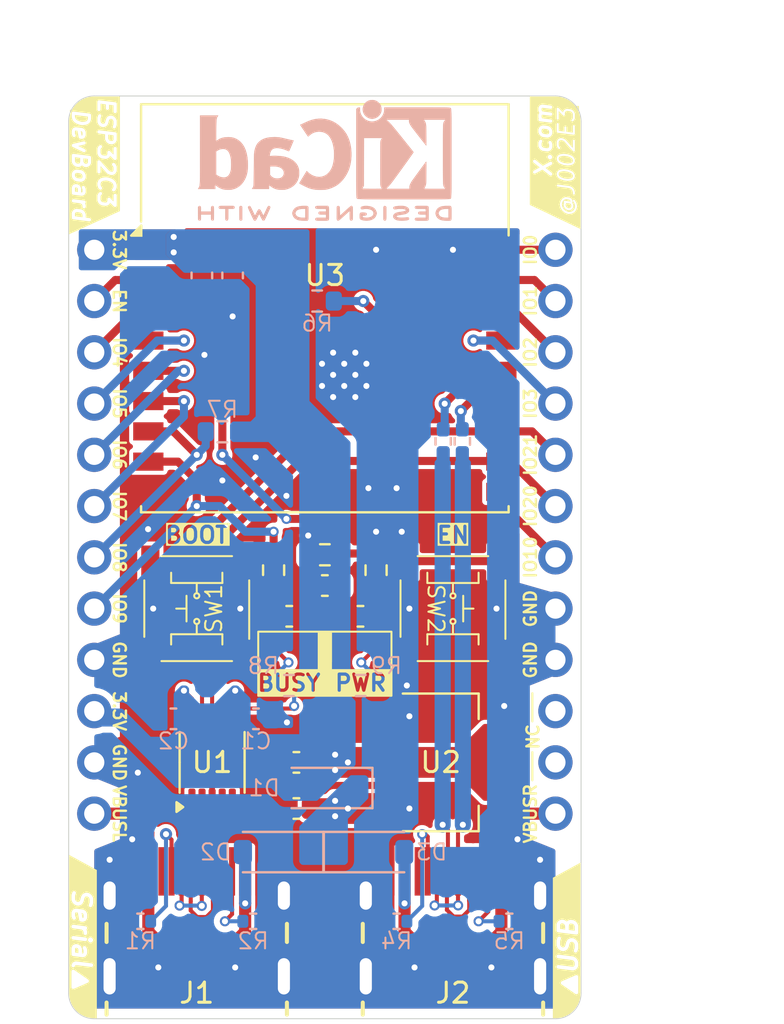
<source format=kicad_pcb>
(kicad_pcb (version 20241229) (generator "pcbnew") (generator_version "9.0")
  (layers (0 "F.Cu" signal) (2 "B.Cu" signal) (13 "F.Paste" user) (15 "B.Paste" user) (5 "F.SilkS" user "F.Silkscreen") (7 "B.SilkS" user "B.Silkscreen") (1 "F.Mask" user) (3 "B.Mask" user) (25 "Edge.Cuts" user))
  (net 0 "")
  (net 1 "GND")
  (net 2 "+3.3V")
  (net 3 "/EN")
  (net 4 "/IO4")
  (net 5 "/IO9")
  (net 6 "/IO7")
  (net 7 "/IO8")
  (net 8 "/IO5")
  (net 9 "/IO6")
  (net 10 "/IO3")
  (net 11 "/IO1")
  (net 12 "/IO0")
  (net 13 "/IO2")
  (net 14 "/IO10")
  (net 15 "/TxO")
  (net 16 "/RxI")
  (net 17 "/USB_DN")
  (net 18 "/USB_DP")
  (net 19 "Net-(C5-Pad1)")
  (net 20 "Net-(C9-Pad1)")
  (net 22 "+5V")
  (net 23 "Net-(J1-CC1)")
  (net 24 "VBUS_L")
  (net 25 "VBUS_R")
  (net 26 "Net-(J1-CC2)")
  (net 29 "/SerialUSB_DN")
  (net 30 "/SerialUSB_DP")
  (net 32 "Net-(D4-A)")
  (net 33 "Net-(U3-IO18)")
  (net 34 "Net-(U3-IO19)")
  (net 36 "Net-(U1-TNOW)")
  (net 38 "Net-(D5-A)")
  (net 40 "Net-(J2-CC1)")
  (net 41 "Net-(J2-CC2)")
  (footprint "Capacitor_SMD:C_0603_1608Metric" (layer "F.Cu") (at 100.825 110.871 180)
    (property "Reference" "C5" (hide yes))
    (property "Value" "0.1uF")
  )
  (footprint "Capacitor_SMD:C_0603_1608Metric" (layer "F.Cu") (at 97.65 120.396 180)
    (property "Reference" "C3" (hide yes))
    (property "Value" "10uF")
  )
  (footprint "LED_SMD:LED_0603_1608Metric" (layer "F.Cu") (at 100.838 112.395)
    (property "Reference" "D5" (hide yes))
    (property "Value" "LED_Small")
  )
  (footprint "Resistor_SMD:R_0603_1608Metric" (layer "F.Cu") (at 99.06 107.823 180)
    (property "Reference" "R_EN2" (hide yes))
    (property "Value" "10k")
  )
  (footprint "Package_SO:MSOP-10_3x3mm_P0.5mm" (layer "F.Cu") (at 93.472 118.11 90)
    (property "Reference" "U1")
    (property "Value" "CH340E")
  )
  (footprint "Package_TO_SOT_SMD:SOT-223-3_TabPin2" (layer "F.Cu") (at 104.775 118.11)
    (property "Reference" "U2")
    (property "Value" "AZ1117-3.3")
  )
  (footprint "Capacitor_SMD:C_0603_1608Metric" (layer "F.Cu") (at 99.06 109.347 180)
    (property "Reference" "C4" (hide yes))
    (property "Value" "0.1uF")
  )
  (footprint "RF_Module:ESP32-C3-WROOM-02" (layer "F.Cu") (at 99.06 98.7076)
    (property "Reference" "U3")
    (property "Value" "ESP32-C3-WROOM-02")
  )
  (footprint "LED_SMD:LED_0603_1608Metric" (layer "F.Cu") (at 97.282 112.395 180)
    (property "Reference" "D4" (hide yes))
    (property "Value" "LED_Small")
  )
  (footprint "Library:GCT_USB4215-03-A_REVA" (layer "F.Cu") (at 105.41 130.81)
    (property "Reference" "J2")
    (property "Value" "USB4215-03-A_REVA")
  )
  (footprint "Capacitor_SMD:C_0603_1608Metric" (layer "F.Cu") (at 97.295 110.871)
    (property "Reference" "C9" (hide yes))
    (property "Value" "0.1uF")
  )
  (footprint "Library:LS6J2M-T" (layer "F.Cu") (at 92.71 110.49 -90)
    (property "Reference" "SW1")
    (property "Value" "LS6J2M-T")
  )
  (footprint "Resistor_SMD:R_0603_1608Metric" (layer "F.Cu") (at 96.52 108.585 -90)
    (property "Reference" "R3" (hide yes))
    (property "Value" "0R")
  )
  (footprint "Library:LS6J2M-T" (layer "F.Cu") (at 105.41 110.49 -90)
    (property "Reference" "SW2")
    (property "Value" "LS6J2M-T")
  )
  (footprint "Resistor_SMD:R_0603_1608Metric" (layer "F.Cu") (at 101.6 108.585 -90)
    (property "Reference" "R_EN1" (hide yes))
    (property "Value" "0R")
  )
  (footprint "Capacitor_SMD:C_0603_1608Metric" (layer "F.Cu") (at 97.65 118.11 180)
    (property "Reference" "C6" (hide yes))
    (property "Value" "22uF")
  )
  (footprint "Library:GCT_USB4215-03-A_REVA" (layer "F.Cu") (at 92.71 130.81)
    (property "Reference" "J1")
    (property "Value" "USB4215-03-A_REVA")
  )
  (footprint "Resistor_SMD:R_0603_1608Metric" (layer "B.Cu") (at 97.282 114.3 180)
    (property "Reference" "R8")
    (property "Value" "1k")
  )
  (footprint "Connector_PinHeader_2.54mm:PinHeader_1x12_P2.54mm_Vertical" (layer "B.Cu") (at 110.49 92.71 180)
    (property "Reference" "J3" (hide yes))
    (property "Value" "Conn_01x12")
  )
  (footprint "Diode_SMD:D_SOD-123" (layer "B.Cu") (at 101.345 122.555)
    (property "Reference" "D3")
    (property "Value" "D_Schottky_Small")
  )
  (footprint "Resistor_SMD:R_0402_1005Metric" (layer "B.Cu") (at 108.204 125.984)
    (property "Reference" "R5")
    (property "Value" "5.1k")
  )
  (footprint "Resistor_SMD:R_0603_1608Metric" (layer "B.Cu") (at 93.98 101.727 180)
    (property "Reference" "R7")
    (property "Value" "10k")
  )
  (footprint "Resistor_SMD:R_0402_1005Metric" (layer "B.Cu") (at 89.916 125.984 180)
    (property "Reference" "R1")
    (property "Value" "5.1k")
  )
  (footprint "Diode_SMD:D_SOD-123" (layer "B.Cu") (at 99.06 119.38 180)
    (property "Reference" "D1")
    (property "Value" "D_Schottky")
  )
  (footprint "Resistor_SMD:R_0603_1608Metric" (layer "B.Cu") (at 100.838 114.3)
    (property "Reference" "R9")
    (property "Value" "1k")
  )
  (footprint "Symbol:KiCad-Logo2_5mm_SilkScreen" (layer "B.Cu") (at 99.06 88.265 180)
    (property "Reference" "REF**" (hide yes))
    (property "Value" "KiCad-Logo2_5mm_SilkScreen" (hide yes))
  )
  (footprint "Resistor_SMD:R_0402_1005Metric" (layer "B.Cu") (at 95.506 125.984)
    (property "Reference" "R2")
    (property "Value" "5.1k")
  )
  (footprint "Resistor_SMD:R_0603_1608Metric" (layer "B.Cu") (at 98.679 95.25)
    (property "Reference" "R6")
    (property "Value" "10k")
  )
  (footprint "Capacitor_SMD:C_0603_1608Metric" (layer "B.Cu") (at 91.554 115.951 180)
    (property "Reference" "C2")
    (property "Value" "0.1uF")
  )
  (footprint "Capacitor_SMD:C_0603_1608Metric" (layer "B.Cu") (at 92.964 93.98 -90)
    (property "Reference" "C8" (hide yes))
    (property "Value" "0.1uF")
  )
  (footprint "Resistor_SMD:R_0402_1005Metric" (layer "B.Cu") (at 102.616 125.984 180)
    (property "Reference" "R4")
    (property "Value" "5.1k")
  )
  (footprint "Diode_SMD:D_SOD-123" (layer "B.Cu") (at 96.648 122.555 180)
    (property "Reference" "D2")
    (property "Value" "D_Schottky_Small")
  )
  (footprint "Connector_PinHeader_2.54mm:PinHeader_1x12_P2.54mm_Vertical" (layer "B.Cu") (at 87.63 92.71 180)
    (property "Reference" "J4" (hide yes))
    (property "Value" "Conn_01x12")
  )
  (footprint "Capacitor_SMD:C_0603_1608Metric" (layer "B.Cu") (at 94.488 93.98 -90)
    (property "Reference" "C7" (hide yes))
    (property "Value" "10uF")
  )
  (footprint "Capacitor_SMD:C_0603_1608Metric" (layer "B.Cu") (at 95.644 115.951)
    (property "Reference" "C1")
    (property "Value" "0.1uF")
  )
  (footprint "Resistor_SMD:R_0402_1005Metric_Pad0.72x0.64mm_HandSolder" (layer "B.Cu") (at 104.925 102.2 90)
    (property "Reference" "DR2" (hide yes))
    (property "Value" "0R")
  )
  (footprint "Resistor_SMD:R_0402_1005Metric_Pad0.72x0.64mm_HandSolder" (layer "B.Cu") (at 105.875 102.2 90)
    (property "Reference" "DR1" (hide yes))
    (property "Value" "0R")
  )
  (gr_line (start 95.758 113.538) (end 102.362 113.538) (stroke (width 0.1)) (layer "F.SilkS"))
  (gr_line (start 109.347 116.078) (end 109.347 114.681) (stroke (width 0.1)) (layer "F.SilkS"))
  (gr_line (start 91.44 109.22) (end 91.44 108.712) (stroke (width 0.1)) (layer "F.SilkS"))
  (gr_line (start 92.202 111.125) (end 92.202 109.855) (stroke (width 0.1)) (layer "F.SilkS"))
  (gr_line (start 109.347 117.602) (end 109.347 118.999) (stroke (width 0.1)) (layer "F.SilkS"))
  (gr_line (start 91.44 109.22) (end 93.98 109.22) (stroke (width 0.1)) (layer "F.SilkS"))
  (gr_circle (center 92.71 109.855) (end 92.71 109.982) (stroke (width 0.1)) (fill no) (layer "F.SilkS"))
  (gr_circle (center 105.41 109.855) (end 105.41 109.982) (stroke (width 0.1)) (fill no) (layer "F.SilkS"))
  (gr_line (start 93.98 111.76) (end 93.98 112.268) (stroke (width 0.1)) (layer "F.SilkS"))
  (gr_line (start 91.44 111.76) (end 93.98 111.76) (stroke (width 0.1)) (layer "F.SilkS"))
  (gr_line (start 104.14 111.76) (end 104.14 112.268) (stroke (width 0.1)) (layer "F.SilkS"))
  (gr_rect (start 95.758 111.633) (end 102.362 114.808) (stroke (width 0.1)) (fill no) (layer "F.SilkS"))
  (gr_line (start 93.98 109.22) (end 93.98 108.712) (stroke (width 0.1)) (layer "F.SilkS"))
  (gr_line (start 104.14 109.22) (end 104.14 108.712) (stroke (width 0.1)) (layer "F.SilkS"))
  (gr_line (start 92.71 109.22) (end 92.71 109.728) (stroke (width 0.1)) (layer "F.SilkS"))
  (gr_line (start 104.14 109.22) (end 106.68 109.22) (stroke (width 0.1)) (layer "F.SilkS"))
  (gr_line (start 105.41 111.76) (end 105.41 111.252) (stroke (width 0.1)) (layer "F.SilkS"))
  (gr_line (start 105.918 111.125) (end 105.918 109.855) (stroke (width 0.1)) (layer "F.SilkS"))
  (gr_circle (center 92.71 111.125) (end 92.71 111.252) (stroke (width 0.1)) (fill no) (layer "F.SilkS"))
  (gr_line (start 106.68 111.76) (end 106.68 112.268) (stroke (width 0.1)) (layer "F.SilkS"))
  (gr_line (start 98.767 111.66) (end 98.767 113.538) (stroke (width 0.12)) (layer "F.SilkS"))
  (gr_line (start 92.71 111.76) (end 92.71 111.252) (stroke (width 0.1)) (layer "F.SilkS"))
  (gr_line (start 99.353 111.66) (end 99.353 113.538) (stroke (width 0.12)) (layer "F.SilkS"))
  (gr_circle (center 105.41 111.125) (end 105.41 111.252) (stroke (width 0.1)) (fill no) (layer "F.SilkS"))
  (gr_line (start 92.202 110.49) (end 91.694 110.49) (stroke (width 0.1)) (layer "F.SilkS"))
  (gr_line (start 106.68 109.22) (end 106.68 108.712) (stroke (width 0.1)) (layer "F.SilkS"))
  (gr_line (start 91.44 111.76) (end 91.44 112.268) (stroke (width 0.1)) (layer "F.SilkS"))
  (gr_line (start 105.918 110.49) (end 106.426 110.49) (stroke (width 0.1)) (layer "F.SilkS"))
  (gr_line (start 104.14 111.76) (end 106.68 111.76) (stroke (width 0.1)) (layer "F.SilkS"))
  (gr_line (start 105.41 109.22) (end 105.41 109.728) (stroke (width 0.1)) (layer "F.SilkS"))
  (gr_line (start 86.36 86.36) (end 86.36 129.54) (stroke (width 0.05)) (layer "Edge.Cuts"))
  (gr_line (start 87.63 130.81) (end 110.49 130.81) (stroke (width 0.05)) (layer "Edge.Cuts"))
  (gr_arc (start 110.49 85.09) (mid 111.388026 85.461974) (end 111.76 86.36) (stroke (width 0.05)) (layer "Edge.Cuts"))
  (gr_line (start 111.76 129.54) (end 111.76 86.36) (stroke (width 0.05)) (layer "Edge.Cuts"))
  (gr_arc (start 86.36 86.36) (mid 86.731974 85.461974) (end 87.63 85.09) (stroke (width 0.05)) (layer "Edge.Cuts"))
  (gr_arc (start 87.63 130.81) (mid 86.731974 130.438026) (end 86.36 129.54) (stroke (width 0.05)) (layer "Edge.Cuts"))
  (gr_line (start 110.49 85.09) (end 87.63 85.09) (stroke (width 0.05)) (layer "Edge.Cuts"))
  (gr_arc (start 111.76 129.54) (mid 111.388026 130.438026) (end 110.49 130.81) (stroke (width 0.05)) (layer "Edge.Cuts"))
  (gr_text "DevBoard" (at 86.487 85.6488 270) (layer "F.SilkS" knockout) (effects (font (size 0.8 0.8) (thickness 0.16) (bold yes) (italic yes)) (justify left bottom)))
  (gr_text "X.com" (at 110.363 85.344 90) (layer "F.SilkS" knockout) (effects (font (size 0.8 0.8) (thickness 0.16) (bold yes) (italic yes)) (justify right bottom)))
  (gr_text "IO4" (at 88.519 97.79 270) (layer "F.SilkS") (effects (font (size 0.6 0.6) (thickness 0.12) (bold yes)) (justify bottom)))
  (gr_text "GND" (at 88.519 118.11 270) (layer "F.SilkS") (effects (font (size 0.6 0.6) (thickness 0.12) (bold yes)) (justify bottom)))
  (gr_text "IO2" (at 109.601 97.79 90) (layer "F.SilkS") (effects (font (size 0.6 0.6) (thickness 0.12) (bold yes)) (justify bottom)))
  (gr_text "3.3V" (at 88.519 115.57 270) (layer "F.SilkS") (effects (font (size 0.6 0.6) (thickness 0.12) (bold yes)) (justify bottom)))
  (gr_text "IO1" (at 109.601 95.25 90) (layer "F.SilkS") (effects (font (size 0.6 0.6) (thickness 0.12) (bold yes)) (justify bottom)))
  (gr_text "ESP32C3" (at 87.757 85.09 270) (layer "F.SilkS" knockout) (effects (font (size 0.8 0.8) (thickness 0.16) (bold yes) (italic yes)) (justify left bottom)))
  (gr_text "GND" (at 109.601 110.49 90) (layer "F.SilkS") (effects (font (size 0.6 0.6) (thickness 0.12) (bold yes)) (justify bottom)))
  (gr_text "PWR" (at 100.838 114.173 0) (layer "F.SilkS" knockout) (effects (font (size 0.8 0.8) (thickness 0.16) (bold yes))))
  (gr_text "VBUSL" (at 88.519 120.65 270) (layer "F.SilkS") (effects (font (size 0.6 0.6) (thickness 0.12) (bold yes)) (justify bottom)))
  (gr_text "IO10" (at 109.601 107.95 90) (layer "F.SilkS") (effects (font (size 0.6 0.6) (thickness 0.12) (bold yes)) (justify bottom)))
  (gr_text "NC" (at 109.728 116.84 90) (layer "F.SilkS") (effects (font (size 0.6 0.6) (thickness 0.12) (bold yes)) (justify bottom)))
  (gr_text "BUSY" (at 95.631 114.173 0) (layer "F.SilkS" knockout) (effects (font (size 0.8 0.8) (thickness 0.16) (bold yes)) (justify left)))
  (gr_text "IO6" (at 88.519 102.87 270) (layer "F.SilkS") (effects (font (size 0.6 0.6) (thickness 0.12) (bold yes)) (justify bottom)))
  (gr_text "IO8" (at 88.519 107.95 270) (layer "F.SilkS") (effects (font (size 0.6 0.6) (thickness 0.12) (bold yes)) (justify bottom)))
  (gr_text "Serial▲" (at 86.995 129.54 270) (layer "F.SilkS" knockout) (effects (font (size 0.9 0.9) (thickness 0.18) (bold yes) (italic yes)) (justify right)))
  (gr_text "IO20" (at 109.601 105.41 90) (layer "F.SilkS") (effects (font (size 0.6 0.6) (thickness 0.12) (bold yes)) (justify bottom)))
  (gr_text "IO0" (at 109.601 92.71 90) (layer "F.SilkS") (effects (font (size 0.6 0.6) (thickness 0.12) (bold yes)) (justify bottom)))
  (gr_text "▲USB" (at 111.125 129.794 90) (layer "F.SilkS" knockout) (effects (font (size 0.9 0.9) (thickness 0.18) (bold yes) (italic yes)) (justify left)))
  (gr_text "IO21" (at 109.601 102.87 90) (layer "F.SilkS") (effects (font (size 0.6 0.6) (thickness 0.12) (bold yes)) (justify bottom)))
  (gr_text "@J002E3" (at 111.506 91.1352 90) (layer "F.SilkS" knockout) (effects (font (size 0.8 0.8) (thickness 0.1) (italic yes)) (justify left bottom)))
  (gr_text "BOOT" (at 92.71 107.315 0) (layer "F.SilkS" knockout) (effects (font (size 0.8 0.8) (thickness 0.16) (bold yes)) (justify bottom)))
  (gr_text "IO9" (at 88.519 110.49 270) (layer "F.SilkS") (effects (font (size 0.6 0.6) (thickness 0.12) (bold yes)) (justify bottom)))
  (gr_text "IO5" (at 88.519 100.33 270) (layer "F.SilkS") (effects (font (size 0.6 0.6) (thickness 0.12) (bold yes)) (justify bottom)))
  (gr_text "EN" (at 105.41 107.315 0) (layer "F.SilkS" knockout) (effects (font (size 0.8 0.8) (thickness 0.16) (bold yes)) (justify bottom)))
  (gr_text "VBUSR" (at 109.601 120.65 90) (layer "F.SilkS") (effects (font (size 0.6 0.6) (thickness 0.12) (bold yes)) (justify bottom)))
  (gr_text "IO7" (at 88.519 105.41 270) (layer "F.SilkS") (effects (font (size 0.6 0.6) (thickness 0.12) (bold yes)) (justify bottom)))
  (gr_text "3.3V" (at 88.519 92.71 270) (layer "F.SilkS") (effects (font (size 0.6 0.6) (thickness 0.12) (bold yes)) (justify bottom)))
  (gr_text "GND" (at 109.601 113.03 90) (layer "F.SilkS") (effects (font (size 0.6 0.6) (thickness 0.12) (bold yes)) (justify bottom)))
  (gr_text "GND" (at 88.519 113.03 270) (layer "F.SilkS") (effects (font (size 0.6 0.6) (thickness 0.12) (bold yes)) (justify bottom)))
  (gr_text "IO3" (at 109.601 100.33 90) (layer "F.SilkS") (effects (font (size 0.6 0.6) (thickness 0.12) (bold yes)) (justify bottom)))
  (gr_text "EN" (at 88.519 95.25 270) (layer "F.SilkS") (effects (font (size 0.6 0.6) (thickness 0.12) (bold yes)) (justify bottom)))
  (segment (start 90.18 113.03) (end 90.4075 112.8025) (width 0.4) (layer "F.Cu") (net 1))
  (segment (start 94.9725 112.8025) (end 95.01 112.84) (width 0.4) (layer "F.Cu") (net 1))
  (segment (start 102.1842 123.4842) (end 102.21 123.51) (width 0.6) (layer "F.Cu") (net 1))
  (segment (start 95.91 123.51) (end 95.91 121.92) (width 0.6) (layer "F.Cu") (net 1))
  (segment (start 98.285 109.297) (end 98.235 109.347) (width 0.4) (layer "F.Cu") (net 1))
  (segment (start 108.61 123.51) (end 108.61 121.92) (width 0.6) (layer "F.Cu") (net 1))
  (segment (start 89.51 123.51) (end 89.51 121.92) (width 0.6) (layer "F.Cu") (net 1))
  (segment (start 87.644 113.044) (end 87.63 113.03) (width 0.4) (layer "F.Cu") (net 1))
  (via (at 103.251 110.49) (size 0.6) (drill 0.3) (layers "F.Cu" "B.Cu") (net 1))
  (via (at 103.505 128.27) (size 0.6) (drill 0.3) (layers "F.Cu" "B.Cu") (net 1))
  (via (at 102.87 106.68) (size 0.6) (drill 0.3) (layers "F.Cu" "B.Cu") (net 1))
  (via (at 90.297 106.553) (size 0.6) (drill 0.3) (layers "F.Cu" "B.Cu") (net 1))
  (via (at 101.6 106.68) (size 0.6) (drill 0.3) (layers "F.Cu" "B.Cu") (net 1))
  (via (at 107.95 115.316) (size 0.6) (drill 0.3) (layers "F.Cu" "B.Cu") (net 1))
  (via (at 101.219 104.521) (size 0.6) (drill 0.3) (layers "F.Cu" "B.Cu") (net 1))
  (via (at 105.41 92.71) (size 0.6) (drill 0.3) (layers "F.Cu" "B.Cu") (net 1))
  (via (at 90.551 110.49) (size 0.6) (drill 0.3) (layers "F.Cu" "B.Cu") (net 1))
  (via (at 93.98 104.14) (size 0.6) (drill 0.3) (layers "F.Cu" "B.Cu") (net 1))
  (via (at 94.615 128.27) (size 0.6) (drill 0.3) (layers "F.Cu" "B.Cu") (net 1))
  (via (at 95.631 102.997) (size 0.6) (drill 0.3) (layers "F.Cu" "B.Cu") (net 1))
  (via (at 97.1804 116.1288) (size 0.5) (drill 0.3) (layers "F.Cu" "B.Cu") (net 1))
  (via (at 89.51 121.92) (size 0.6) (drill 0.3) (layers "F.Cu" "B.Cu") (net 1))
  (via (at 103.251 120.396) (size 0.6) (drill 0.3) (layers "F.Cu" "B.Cu") (net 1))
  (via (at 103.251 115.824) (size 0.6) (drill 0.3) (layers "F.Cu" "B.Cu") (net 1))
  (via (at 94.488 96.012) (size 0.6) (drill 0.3) (layers "F.Cu" "B.Cu") (net 1))
  (via (at 89.789 118.618) (size 0.6) (drill 0.3) (layers "F.Cu" "B.Cu") (net 1))
  (via (at 107.569 110.49) (size 0.6) (drill 0.3) (layers "F.Cu" "B.Cu") (net 1))
  (via (at 101.6 92.71) (size 0.6) (drill 0.3) (layers "F.Cu" "B.Cu") (net 1))
  (via (at 93.091 97.917) (size 0.6) (drill 0.3) (layers "F.Cu" "B.Cu") (net 1))
  (via (at 102.616 104.521) (size 0.6) (drill 0.3) (layers "F.Cu" "B.Cu") (net 1))
  (via (at 107.315 128.27) (size 0.6) (drill 0.3) (layers "F.Cu" "B.Cu") (net 1))
  (via (at 108.61 121.92) (size 0.5) (drill 0.3) (layers "F.Cu" "B.Cu") (net 1))
  (via (at 90.805 128.27) (size 0.6) (drill 0.3) (layers "F.Cu" "B.Cu") (net 1))
  (via (at 103.124 114.3) (size 0.6) (drill 0.3) (layers "F.Cu" "B.Cu") (net 1))
  (via (at 97.155 104.902) (size 0.6) (drill 0.3) (layers "F.Cu" "B.Cu") (net 1))
  (via (at 94.869 110.49) (size 0.6) (drill 0.3) (layers "F.Cu" "B.Cu") (net 1))
  (via (at 88.392 122.936) (size 0.5) (drill 0.3) (layers "F.Cu" "B.Cu") (net 1))
  (via (at 109.728 122.936) (size 0.5) (drill 0.3) (layers "F.Cu" "B.Cu") (net 1))
  (segment (start 93.972 115.133152) (end 94.551152 114.554) (width 0.2) (layer "F.Cu") (net 2))
  (segment (start 98.222 107.76) (end 98.285 107.823) (width 0.4) (layer "F.Cu") (net 2))
  (segment (start 98.235 106.87) (end 98.235 107.823) (width 0.4) (layer "F.Cu") (net 2))
  (segment (start 93.972 115.9975) (end 93.972 115.133152) (width 0.2) (layer "F.Cu") (net 2))
  (segment (start 92.075 114.554) (end 92.472 114.951) (width 0.2) (layer "F.Cu") (net 2))
  (segment (start 92.472 114.951) (end 92.472 115.9975) (width 0.2) (layer "F.Cu") (net 2))
  (segment (start 94.551152 114.554) (end 94.615 114.554) (width 0.2) (layer "F.Cu") (net 2))
  (via (at 92.075 114.554) (size 0.5) (drill 0.3) (layers "F.Cu" "B.Cu") (net 2))
  (via (at 98.235 106.87) (size 0.5) (drill 0.3) (layers "F.Cu" "B.Cu") (net 2))
  (via (at 100.203 118.11) (size 0.6) (drill 0.3) (layers "F.Cu" "B.Cu") (net 2))
  (via (at 99.568 117.729) (size 0.6) (drill 0.3) (layers "F.Cu" "B.Cu") (net 2))
  (via (at 91.567 92.075) (size 0.6) (drill 0.3) (layers "F.Cu" "B.Cu") (net 2))
  (via (at 99.568 118.491) (size 0.6) (drill 0.3) (layers "F.Cu" "B.Cu") (net 2))
  (via (at 91.567 92.837) (size 0.6) (drill 0.3) (layers "F.Cu" "B.Cu") (net 2))
  (via (at 94.615 114.554) (size 0.5) (drill 0.3) (layers "F.Cu" "B.Cu") (net 2))
  (segment (start 88.6724 94.2076) (end 90.31 94.2076) (width 0.4) (layer "F.Cu") (net 3))
  (segment (start 99.885 107.823) (end 99.885 109.297) (width 0.4) (layer "F.Cu") (net 3))
  (segment (start 99.948 107.76) (end 99.885 107.823) (width 0.4) (layer "F.Cu") (net 3))
  (segment (start 99.885 106.513636) (end 99.885 107.823) (width 0.4) (layer "F.Cu") (net 3))
  (segment (start 99.885 109.297) (end 99.835 109.347) (width 0.4) (layer "F.Cu") (net 3))
  (segment (start 99.416364 106.045) (end 99.885 106.513636) (width 0.4) (layer "F.Cu") (net 3))
  (segment (start 93.98 102.87) (end 93.98 97.028) (width 0.4) (layer "F.Cu") (net 3))
  (segment (start 93.98 97.028) (end 91.1596 94.2076) (width 0.4) (layer "F.Cu") (net 3))
  (segment (start 97.155 106.045) (end 99.416364 106.045) (width 0.4) (layer "F.Cu") (net 3))
  (segment (start 87.63 95.25) (end 88.6724 94.2076) (width 0.4) (layer "F.Cu") (net 3))
  (segment (start 91.1596 94.2076) (end 90.31 94.2076) (width 0.4) (layer "F.Cu") (net 3))
  (segment (start 101.6 107.76) (end 99.948 107.76) (width 0.4) (layer "F.Cu") (net 3))
  (via (at 97.155 106.045) (size 0.5) (drill 0.3) (layers "F.Cu" "B.Cu") (net 3))
  (via (at 93.98 102.87) (size 0.6) (drill 0.3) (layers "F.Cu" "B.Cu") (net 3))
  (segment (start 97.155 106.045) (end 93.98 102.87) (width 0.4) (layer "B.Cu") (net 3))
  (segment (start 87.63 97.79) (end 89.7124 95.7076) (width 0.4) (layer "F.Cu") (net 4))
  (segment (start 89.7124 95.7076) (end 90.31 95.7076) (width 0.4) (layer "F.Cu") (net 4))
  (segment (start 92.71 105.41) (end 92.71 104.14) (width 0.4) (layer "F.Cu") (net 5))
  (segment (start 96.52 107.76) (end 96.52 106.68) (width 0.4) (layer "F.Cu") (net 5))
  (segment (start 91.7776 103.2076) (end 90.31 103.2076) (width 0.4) (layer "F.Cu") (net 5))
  (segment (start 87.63 110.49) (end 88.095 110.49) (width 0.4) (layer "F.Cu") (net 5))
  (segment (start 92.71 104.14) (end 91.7776 103.2076) (width 0.4) (layer "F.Cu") (net 5))
  (via (at 96.52 106.68) (size 0.5) (drill 0.3) (layers "F.Cu" "B.Cu") (net 5))
  (via (at 92.71 105.41) (size 0.6) (drill 0.3) (layers "F.Cu" "B.Cu") (net 5))
  (segment (start 93.853 105.41) (end 95.123 106.68) (width 0.4) (layer "B.Cu") (net 5))
  (segment (start 95.123 106.68) (end 96.52 106.68) (width 0.4) (layer "B.Cu") (net 5))
  (segment (start 92.71 105.41) (end 87.63 110.49) (width 0.4) (layer "B.Cu") (net 5))
  (segment (start 92.71 105.41) (end 93.853 105.41) (width 0.4) (layer "B.Cu") (net 5))
  (segment (start 90.31 100.2076) (end 92.075 100.2076) (width 0.4) (layer "F.Cu") (net 6))
  (via (at 92.075 100.2076) (size 0.6) (drill 0.3) (layers "F.Cu" "B.Cu") (net 6))
  (segment (start 92.075 100.2076) (end 92.075 100.965) (width 0.4) (layer "B.Cu") (net 6))
  (segment (start 92.075 100.965) (end 87.63 105.41) (width 0.4) (layer "B.Cu") (net 6))
  (segment (start 91.5476 101.7076) (end 90.31 101.7076) (width 0.4) (layer "F.Cu") (net 7))
  (segment (start 92.71 102.87) (end 91.5476 101.7076) (width 0.4) (layer "F.Cu") (net 7))
  (via (at 92.71 102.87) (size 0.6) (drill 0.3) (layers "F.Cu" "B.Cu") (net 7))
  (segment (start 93.155 101.727) (end 93.155 102.425) (width 0.4) (layer "B.Cu") (net 7))
  (segment (start 87.63 107.8036) (end 87.63 107.95) (width 0.4) (layer "B.Cu") (net 7))
  (segment (start 93.155 102.425) (end 92.71 102.87) (width 0.4) (layer "B.Cu") (net 7))
  (segment (start 92.71 102.87) (end 87.63 107.95) (width 0.4) (layer "B.Cu") (net 7))
  (segment (start 92.075 97.2076) (end 90.31 97.2076) (width 0.4) (layer "F.Cu") (net 8))
  (via (at 92.075 97.2076) (size 0.6) (drill 0.3) (layers "F.Cu" "B.Cu") (net 8))
  (segment (start 92.075 97.2076) (end 90.7524 97.2076) (width 0.4) (layer "B.Cu") (net 8))
  (segment (start 90.7524 97.2076) (end 87.63 100.33) (width 0.4) (layer "B.Cu") (net 8))
  (segment (start 92.075 98.7076) (end 90.31 98.7076) (width 0.4) (layer "F.Cu") (net 9))
  (via (at 92.075 98.7076) (size 0.6) (drill 0.3) (layers "F.Cu" "B.Cu") (net 9))
  (segment (start 92.075 98.7076) (end 91.7924 98.7076) (width 0.4) (layer "B.Cu") (net 9))
  (segment (start 91.7924 98.7076) (end 87.63 102.87) (width 0.4) (layer "B.Cu") (net 9))
  (segment (start 107.81 97.2076) (end 106.426 97.2076) (width 0.4) (layer "F.Cu") (net 10))
  (via (at 106.426 97.2076) (size 0.6) (drill 0.3) (layers "F.Cu" "B.Cu") (net 10))
  (segment (start 106.426 97.2076) (end 107.3676 97.2076) (width 0.4) (layer "B.Cu") (net 10))
  (segment (start 107.3676 97.2076) (end 110.49 100.33) (width 0.4) (layer "B.Cu") (net 10))
  (segment (start 109.4476 94.2076) (end 110.49 95.25) (width 0.4) (layer "F.Cu") (net 11))
  (segment (start 107.81 94.2076) (end 109.4476 94.2076) (width 0.4) (layer "F.Cu") (net 11))
  (segment (start 107.81 92.7076) (end 110.4876 92.7076) (width 0.4) (layer "F.Cu") (net 12))
  (segment (start 110.4876 92.7076) (end 110.49 92.71) (width 0.4) (layer "F.Cu") (net 12))
  (segment (start 101.4226 95.7076) (end 100.965 95.25) (width 0.4) (layer "F.Cu") (net 13))
  (segment (start 108.4076 95.7076) (end 107.81 95.7076) (width 0.4) (layer "F.Cu") (net 13))
  (segment (start 107.81 95.7076) (end 101.4226 95.7076) (width 0.4) (layer "F.Cu") (net 13))
  (segment (start 110.49 97.79) (end 108.4076 95.7076) (width 0.4) (layer "F.Cu") (net 13))
  (via (at 100.965 95.25) (size 0.6) (drill 0.3) (layers "F.Cu" "B.Cu") (net 13))
  (segment (start 100.965 95.25) (end 99.504 95.25) (width 0.4) (layer "B.Cu") (net 13))
  (segment (start 107.81 105.27) (end 110.49 107.95) (width 0.4) (layer "F.Cu") (net 14))
  (segment (start 107.81 104.7076) (end 107.81 105.27) (width 0.4) (layer "F.Cu") (net 14))
  (segment (start 109.3276 101.7076) (end 110.49 102.87) (width 0.4) (layer "F.Cu") (net 15))
  (segment (start 92.972 113.919) (end 92.972 107.0022) (width 0.4) (layer "F.Cu") (net 15))
  (segment (start 92.972 107.0022) (end 98.2666 101.7076) (width 0.4) (layer "F.Cu") (net 15))
  (segment (start 98.2666 101.7076) (end 107.81 101.7076) (width 0.4) (layer "F.Cu") (net 15))
  (segment (start 92.972 113.919) (end 92.972 115.9975) (width 0.2) (layer "F.Cu") (net 15))
  (segment (start 107.81 101.7076) (end 109.3276 101.7076) (width 0.4) (layer "F.Cu") (net 15))
  (segment (start 93.726 113.919) (end 93.726 107.2896) (width 0.4) (layer "F.Cu") (net 16))
  (segment (start 93.726 107.2896) (end 97.8408 103.1748) (width 0.4) (layer "F.Cu") (net 16))
  (segment (start 108.2876 103.2076) (end 110.49 105.41) (width 0.4) (layer "F.Cu") (net 16))
  (segment (start 97.8408 103.1748) (end 107.7772 103.1748) (width 0.4) (layer "F.Cu") (net 16))
  (segment (start 93.726 113.919) (end 93.726 114.1476) (width 0.2) (layer "F.Cu") (net 16))
  (segment (start 93.472 114.4016) (end 93.472 115.9975) (width 0.2) (layer "F.Cu") (net 16))
  (segment (start 93.726 114.1476) (end 93.472 114.4016) (width 0.2) (layer "F.Cu") (net 16))
  (segment (start 107.81 103.2076) (end 108.2876 103.2076) (width 0.4) (layer "F.Cu") (net 16))
  (segment (start 107.7772 103.1748) (end 107.81 103.2076) (width 0.4) (layer "F.Cu") (net 16))
  (segment (start 104.611 123.559) (end 104.66 123.51) (width 0.2) (layer "F.Cu") (net 17))
  (segment (start 105.66 125.19) (end 105.66 123.51) (width 0.2) (layer "F.Cu") (net 17))
  (segment (start 104.5 125.2) (end 104.611 125.089) (width 0.2) (layer "F.Cu") (net 17))
  (segment (start 105.664793 125.196207) (end 105.664793 125.194793) (width 0.2) (layer "F.Cu") (net 17))
  (segment (start 105.66 121.44) (end 105.66 123.51) (width 0.2) (layer "F.Cu") (net 17))
  (segment (start 104.611 125.089) (end 104.611 123.559) (width 0.2) (layer "F.Cu") (net 17))
  (segment (start 105.664793 125.194793) (end 105.66 125.19) (width 0.2) (layer "F.Cu") (net 17))
  (segment (start 105.9 121.2) (end 105.66 121.44) (width 0.2) (layer "F.Cu") (net 17))
  (via (at 105.664793 125.196207) (size 0.5) (drill 0.3) (layers "F.Cu" "B.Cu") (net 17))
  (via (at 104.5 125.2) (size 0.5) (drill 0.3) (layers "F.Cu" "B.Cu") (net 17))
  (via (at 105.9 121.2) (size 0.6) (drill 0.3) (layers "F.Cu" "B.Cu") (net 17))
  (segment (start 105.9 121.2) (end 105.9 103.5) (width 0.8) (layer "B.Cu") (net 17))
  (segment (start 104.5 125.2) (end 105.66 125.2) (width 0.2) (layer "B.Cu") (net 17))
  (segment (start 105.889232 125.751) (end 106.215793 125.424439) (width 0.2) (layer "F.Cu") (net 18))
  (segment (start 106.16 123.51) (end 106.209 123.51) (width 0.2) (layer "F.Cu") (net 18))
  (segment (start 105.436561 125.747207) (end 105.437975 125.747207) (width 0.2) (layer "F.Cu") (net 18))
  (segment (start 105.16 121.46) (end 105.16 123.51) (width 0.2) (layer "F.Cu") (net 18))
  (segment (start 105.441768 125.751) (end 105.889232 125.751) (width 0.2) (layer "F.Cu") (net 18))
  (segment (start 106.209 123.559) (end 106.16 123.51) (width 0.2) (layer "F.Cu") (net 18))
  (segment (start 106.209 124.961182) (end 106.209 123.559) (width 0.2) (layer "F.Cu") (net 18))
  (segment (start 105.111 125.420232) (end 105.113793 125.423025) (width 0.2) (layer "F.Cu") (net 18))
  (segment (start 105.111 123.559) (end 105.111 125.420232) (width 0.2) (layer "F.Cu") (net 18))
  (segment (start 106.215793 124.967975) (end 106.209 124.961182) (width 0.2) (layer "F.Cu") (net 18))
  (segment (start 105.437975 125.747207) (end 105.441768 125.751) (width 0.2) (layer "F.Cu") (net 18))
  (segment (start 106.215793 125.424439) (end 106.215793 124.967975) (width 0.2) (layer "F.Cu") (net 18))
  (segment (start 105.113793 125.424439) (end 105.436561 125.747207) (width 0.2) (layer "F.Cu") (net 18))
  (segment (start 104.9 121.2) (end 105.16 121.46) (width 0.2) (layer "F.Cu") (net 18))
  (segment (start 105.16 123.51) (end 105.111 123.559) (width 0.2) (layer "F.Cu") (net 18))
  (segment (start 105.113793 125.423025) (end 105.113793 125.424439) (width 0.2) (layer "F.Cu") (net 18))
  (via (at 104.9 121.2) (size 0.6) (drill 0.3) (layers "F.Cu" "B.Cu") (net 18))
  (segment (start 104.9 121.2) (end 104.9 103.5) (width 0.8) (layer "B.Cu") (net 18))
  (segment (start 103.11 108.98) (end 103.11 108.1775) (width 0.4) (layer "F.Cu") (net 19))
  (segment (start 102.68 109.41) (end 103.11 108.98) (width 0.4) (layer "F.Cu") (net 19))
  (segment (start 107.675 108.14) (end 107.7125 108.1775) (width 0.4) (layer "F.Cu") (net 19))
  (segment (start 103.11 108.14) (end 107.675 108.14) (width 0.4) (layer "F.Cu") (net 19))
  (segment (start 101.6 109.41) (end 101.6 110.871) (width 0.4) (layer "F.Cu") (net 19))
  (segment (start 101.6 109.41) (end 102.68 109.41) (width 0.4) (layer "F.Cu") (net 19))
  (segment (start 96.52 109.41) (end 96.52 110.871) (width 0.4) (layer "F.Cu") (net 20))
  (segment (start 95.01 108.938125) (end 95.01 108.1775) (width 0.4) (layer "F.Cu") (net 20))
  (segment (start 95.481875 109.41) (end 95.01 108.938125) (width 0.4) (layer "F.Cu") (net 20))
  (segment (start 96.52 109.41) (end 95.481875 109.41) (width 0.4) (layer "F.Cu") (net 20))
  (via (at 100.203 120.396) (size 0.6) (drill 0.3) (layers "F.Cu" "B.Cu") (net 22))
  (via (at 99.568 120.777) (size 0.6) (drill 0.3) (layers "F.Cu" "B.Cu") (net 22))
  (via (at 99.568 120.015) (size 0.6) (drill 0.3) (layers "F.Cu" "B.Cu") (net 22))
  (segment (start 91.46 121.94) (end 91.46 123.51) (width 0.2) (layer "F.Cu") (net 23))
  (segment (start 91.186 121.666) (end 91.46 121.94) (width 0.2) (layer "F.Cu") (net 23))
  (via (at 91.186 121.666) (size 0.6) (drill 0.3) (layers "F.Cu" "B.Cu") (net 23))
  (segment (start 91.186 125.224) (end 90.426 125.984) (width 0.2) (layer "B.Cu") (net 23))
  (segment (start 91.186 121.666) (end 91.186 125.224) (width 0.2) (layer "B.Cu") (net 23))
  (segment (start 90.31 121.587215) (end 90.31 123.51) (width 0.6) (layer "F.Cu") (net 24))
  (segment (start 87.63 120.65) (end 89.372785 120.65) (width 0.6) (layer "F.Cu") (net 24))
  (segment (start 95.11 125.095) (end 95.11 126.505) (width 0.6) (layer "F.Cu") (net 24))
  (segment (start 95.11 125.095) (end 95.11 123.51) (width 0.6) (layer "F.Cu") (net 24))
  (segment (start 89.372785 120.65) (end 90.31 121.587215) (width 0.6) (layer "F.Cu") (net 24))
  (segment (start 95.11 126.505) (end 94.615 127) (width 0.6) (layer "F.Cu") (net 24))
  (segment (start 94.615 127) (end 90.805 127) (width 0.6) (layer "F.Cu") (net 24))
  (segment (start 90.31 126.505) (end 90.31 123.51) (width 0.6) (layer "F.Cu") (net 24))
  (segment (start 90.805 127) (end 90.31 126.505) (width 0.6) (layer "F.Cu") (net 24))
  (via (at 95.11 125.095) (size 0.6) (drill 0.3) (layers "F.Cu" "B.Cu") (net 24))
  (segment (start 95.11 125.095) (end 95.11 122.667) (width 0.6) (layer "B.Cu") (net 24))
  (segment (start 95.11 122.667) (end 94.998 122.555) (width 0.6) (layer "B.Cu") (net 24))
  (segment (start 95.11 122.443) (end 94.998 122.555) (width 0.6) (layer "B.Cu") (net 24))
  (segment (start 103.01 125.095) (end 103.01 123.51) (width 0.6) (layer "F.Cu") (net 25))
  (segment (start 108.585 120.65) (end 110.49 120.65) (width 0.6) (layer "F.Cu") (net 25))
  (segment (start 107.81 126.505) (end 107.315 127) (width 0.6) (layer "F.Cu") (net 25))
  (segment (start 107.315 127) (end 103.505 127) (width 0.6) (layer "F.Cu") (net 25))
  (segment (start 103.505 127) (end 103.01 126.505) (width 0.6) (layer "F.Cu") (net 25))
  (segment (start 107.81 123.51) (end 107.81 126.505) (width 0.6) (layer "F.Cu") (net 25))
  (segment (start 107.81 121.425) (end 108.585 120.65) (width 0.6) (layer "F.Cu") (net 25))
  (segment (start 107.81 123.51) (end 107.81 121.425) (width 0.6) (layer "F.Cu") (net 25))
  (segment (start 103.01 126.505) (end 103.01 125.095) (width 0.6) (layer "F.Cu") (net 25))
  (via (at 103.01 125.095) (size 0.6) (drill 0.3) (layers "F.Cu" "B.Cu") (net 25))
  (segment (start 103.01 122.57) (end 102.995 122.555) (width 0.6) (layer "B.Cu") (net 25))
  (segment (start 103.01 122.54) (end 102.995 122.555) (width 0.6) (layer "B.Cu") (net 25))
  (segment (start 103.01 125.095) (end 103.01 122.57) (width 0.6) (layer "B.Cu") (net 25))
  (segment (start 94.107 125.984) (end 94.46 125.631) (width 0.2) (layer "F.Cu") (net 26))
  (segment (start 94.46 125.631) (end 94.46 123.51) (width 0.2) (layer "F.Cu") (net 26))
  (via (at 94.107 125.984) (size 0.5) (drill 0.3) (layers "F.Cu" "B.Cu") (net 26))
  (segment (start 94.107 125.984) (end 94.996 125.984) (width 0.2) (layer "B.Cu") (net 26))
  (segment (start 92.972 120.2225) (end 92.972 123.498) (width 0.2) (layer "F.Cu") (net 29))
  (segment (start 92.972 123.498) (end 92.96 123.51) (width 0.2) (layer "F.Cu") (net 29))
  (segment (start 91.96 125.21) (end 91.96 123.51) (width 0.2) (layer "F.Cu") (net 29))
  (segment (start 91.874794 125.222) (end 91.948 125.222) (width 0.2) (layer "F.Cu") (net 29))
  (segment (start 91.948 125.222) (end 91.96 125.21) (width 0.2) (layer "F.Cu") (net 29))
  (segment (start 92.96 123.51) (end 92.96 125.222) (width 0.2) (layer "F.Cu") (net 29))
  (segment (start 91.859 125.206206) (end 91.874794 125.222) (width 0.2) (layer "F.Cu") (net 29))
  (via (at 92.96 125.222) (size 0.5) (drill 0.3) (layers "F.Cu" "B.Cu") (net 29))
  (via (at 91.859 125.206206) (size 0.5) (drill 0.3) (layers "F.Cu" "B.Cu") (net 29))
  (segment (start 92.944206 125.206206) (end 92.96 125.222) (width 0.2) (layer "B.Cu") (net 29))
  (segment (start 91.859 125.206206) (end 92.944206 125.206206) (width 0.2) (layer "B.Cu") (net 29))
  (segment (start 92.411 123.559) (end 92.411 124.991768) (width 0.2) (layer "F.Cu") (net 30))
  (segment (start 92.46 123.51) (end 92.411 123.559) (width 0.2) (layer "F.Cu") (net 30))
  (segment (start 93.188232 125.773) (end 93.511 125.450232) (width 0.2) (layer "F.Cu") (net 30))
  (segment (start 92.411 124.991768) (end 92.409 124.993768) (width 0.2) (layer "F.Cu") (net 30))
  (segment (start 93.509 124.991768) (end 93.509 123.51) (width 0.2) (layer "F.Cu") (net 30))
  (segment (start 92.46 120.2345) (end 92.472 120.2225) (width 0.2) (layer "F.Cu") (net 30))
  (segment (start 93.511 125.450232) (end 93.511 124.993768) (width 0.2) (layer "F.Cu") (net 30))
  (segment (start 93.509 123.51) (end 93.46 123.51) (width 0.2) (layer "F.Cu") (net 30))
  (segment (start 92.46 123.51) (end 92.46 120.2345) (width 0.2) (layer "F.Cu") (net 30))
  (segment (start 92.409 124.993768) (end 92.409 125.450232) (width 0.2) (layer "F.Cu") (net 30))
  (segment (start 92.409 125.450232) (end 92.731768 125.773) (width 0.2) (layer "F.Cu") (net 30))
  (segment (start 92.731768 125.773) (end 93.188232 125.773) (width 0.2) (layer "F.Cu") (net 30))
  (segment (start 93.511 124.993768) (end 93.509 124.991768) (width 0.2) (layer "F.Cu") (net 30))
  (segment (start 97.2565 113.157) (end 96.4945 112.395) (width 0.2) (layer "F.Cu") (net 32))
  (via (at 97.2565 113.157) (size 0.5) (drill 0.3) (layers "F.Cu" "B.Cu") (net 32))
  (segment (start 97.2565 113.157) (end 96.4945 113.919) (width 0.2) (layer "B.Cu") (net 32))
  (segment (start 96.4945 113.919) (end 96.4945 114.2625) (width 0.2) (layer "B.Cu") (net 32))
  (segment (start 96.4945 114.2625) (end 96.457 114.3) (width 0.2) (layer "B.Cu") (net 32))
  (segment (start 105.8 100.7) (end 106.2924 100.2076) (width 0.4) (layer "F.Cu") (net 33))
  (segment (start 106.2924 100.2076) (end 107.81 100.2076) (width 0.4) (layer "F.Cu") (net 33))
  (via (at 105.8 100.7) (size 0.6) (drill 0.3) (layers "F.Cu" "B.Cu") (net 33))
  (segment (start 105.8 101.5275) (end 105.875 101.6025) (width 0.4) (layer "B.Cu") (net 33))
  (segment (start 105.8 100.7) (end 105.8 101.5275) (width 0.4) (layer "B.Cu") (net 33))
  (segment (start 106.6272 98.7076) (end 107.81 98.7076) (width 0.4) (layer "F.Cu") (net 34))
  (segment (start 104.999997 100.334803) (end 106.6272 98.7076) (width 0.4) (layer "F.Cu") (net 34))
  (via (at 104.999997 100.334803) (size 0.6) (drill 0.3) (layers "F.Cu" "B.Cu") (net 34))
  (segment (start 104.999997 100.334803) (end 104.999997 101.527503) (width 0.4) (layer "B.Cu") (net 34))
  (segment (start 104.999997 101.527503) (end 104.925 101.6025) (width 0.4) (layer "B.Cu") (net 34))
  (segment (start 97.536 115.316) (end 97.409 115.443) (width 0.2) (layer "F.Cu") (net 36))
  (segment (start 95.0265 115.443) (end 94.472 115.9975) (width 0.2) (layer "F.Cu") (net 36))
  (segment (start 97.409 115.443) (end 95.0265 115.443) (width 0.2) (layer "F.Cu") (net 36))
  (via (at 97.536 115.316) (size 0.5) (drill 0.3) (layers "F.Cu" "B.Cu") (net 36))
  (segment (start 97.536 115.316) (end 97.536 114.871) (width 0.2) (layer "B.Cu") (net 36))
  (segment (start 97.536 114.871) (end 98.107 114.3) (width 0.2) (layer "B.Cu") (net 36))
  (segment (start 100.8635 113.157) (end 101.6255 112.395) (width 0.2) (layer "F.Cu") (net 38))
  (via (at 100.8635 113.157) (size 0.5) (drill 0.3) (layers "F.Cu" "B.Cu") (net 38))
  (segment (start 101.6255 113.919) (end 101.6255 114.2625) (width 0.2) (layer "B.Cu") (net 38))
  (segment (start 100.8635 113.157) (end 101.6255 113.919) (width 0.2) (layer "B.Cu") (net 38))
  (segment (start 101.6255 114.2625) (end 101.663 114.3) (width 0.2) (layer "B.Cu") (net 38))
  (segment (start 103.886 121.666) (end 103.9368 121.7168) (width 0.2) (layer "F.Cu") (net 40))
  (segment (start 104.0892 121.7168) (end 104.16 121.7876) (width 0.2) (layer "F.Cu") (net 40))
  (segment (start 103.9368 121.7168) (end 104.0892 121.7168) (width 0.2) (layer "F.Cu") (net 40))
  (segment (start 104.16 121.7876) (end 104.16 123.51) (width 0.2) (layer "F.Cu") (net 40))
  (via (at 103.886 121.666) (size 0.5) (drill 0.3) (layers "F.Cu" "B.Cu") (net 40))
  (segment (start 103.886 125.224) (end 103.126 125.984) (width 0.2) (layer "B.Cu") (net 40))
  (segment (start 103.886 121.666) (end 103.886 125.224) (width 0.2) (layer "B.Cu") (net 40))
  (segment (start 106.68 125.984) (end 107.16 125.504) (width 0.2) (layer "F.Cu") (net 41))
  (segment (start 107.16 125.504) (end 107.16 123.51) (width 0.2) (layer "F.Cu") (net 41))
  (via (at 106.68 125.984) (size 0.5) (drill 0.3) (layers "F.Cu" "B.Cu") (net 41))
  (segment (start 107.694 125.984) (end 106.68 125.984) (width 0.2) (layer "B.Cu") (net 41))
  (zone (net 22) (net_name "+5V") (layer "F.Cu") (priority 32) (connect_pads yes (clearance 0.2)) (min_thickness 0.25) (fill yes (thermal_gap 0.5) (thermal_bridge_width 0.5))
    (polygon (pts (xy 99.187 119.888) (xy 99.441 119.634) (xy 102.489 119.634) (xy 102.616 119.761) (xy 102.616 121.031) (xy 102.489 121.158) (xy 99.441 121.158) (xy 99.187 120.904) (xy 98.044 120.904) (xy 97.917 120.777) (xy 97.917 120.015) (xy 98.044 119.888)))
  )
  (zone (net 0) (net_name "") (layer "F.Cu") (connect_pads (clearance 0)) (min_thickness 0.25)
    (keepout (tracks allowed) (vias allowed) (pads allowed) (copperpour not_allowed) (footprints allowed))
    (fill (thermal_gap 0.5) (thermal_bridge_width 0.5))
    (polygon (pts (xy 87.63 113.792) (xy 88.9 114.3) (xy 88.9 116.84) (xy 87.63 117.348)))
  )
  (zone (net 16) (net_name "/RxI") (layer "F.Cu") (priority 9) (connect_pads (clearance 0.2)) (min_thickness 0.2) (fill yes (thermal_gap 0.5) (thermal_bridge_width 0.5))
    (polygon (pts (xy 93.5228 113.792) (xy 93.9292 113.792) (xy 93.9292 114.0968) (xy 93.5736 114.4524) (xy 93.3704 114.4524) (xy 93.3704 114.3508) (xy 93.5228 114.1984)))
  )
  (zone (net 15) (net_name "/TxO") (layer "F.Cu") (priority 20) (connect_pads (clearance 0.2)) (min_thickness 0.2) (fill yes (thermal_gap 0.5) (thermal_bridge_width 0.5))
    (polygon (pts (xy 92.7608 113.792) (xy 93.1672 113.792) (xy 93.1672 114.0968) (xy 93.0656 114.1984) (xy 92.8624 114.1984) (xy 92.7608 114.0968)))
  )
  (zone (net 1) (net_name "GND") (layer "F.Cu") (priority 8) (connect_pads yes (clearance 0.2)) (min_thickness 0.25) (fill yes (thermal_gap 0.5) (thermal_bridge_width 0.5))
    (polygon (pts (xy 86.36 91.6432) (xy 111.76 91.6432) (xy 111.76 130.81) (xy 86.36 130.81)))
  )
  (zone (net 2) (net_name "+3.3V") (layer "F.Cu") (priority 10) (connect_pads yes (clearance 0.2)) (min_thickness 0.25) (fill yes (thermal_gap 0.5) (thermal_bridge_width 0.5))
    (polygon (pts (xy 105.791 117.348) (xy 100.965 117.348) (xy 99.441 117.348) (xy 99.187 117.602) (xy 98.044 117.602) (xy 97.917 117.771333) (xy 97.917 118.491) (xy 98.044 118.618) (xy 99.187 118.618) (xy 99.441 118.872) (xy 100.838 118.872) (xy 105.791 118.872) (xy 106.934 120.015) (xy 108.712 120.015) (xy 108.966 119.761) (xy 108.966 116.459) (xy 108.712 116.205) (xy 106.934 116.205)))
  )
  (zone (net 2) (net_name "+3.3V") (layer "F.Cu") (priority 21) (connect_pads yes (clearance 0.2)) (min_thickness 0.25) (fill yes (thermal_gap 0.5) (thermal_bridge_width 0.5))
    (polygon (pts (xy 89.535 91.694) (xy 89.535 93.218) (xy 91.186 93.218) (xy 91.694 93.218) (xy 91.948 92.964) (xy 91.948 91.948) (xy 91.694 91.694)))
  )
  (zone (net 0) (net_name "") (layers "F.Cu" "B.Cu") (connect_pads (clearance 0)) (min_thickness 0.25)
    (keepout (tracks allowed) (vias allowed) (pads allowed) (copperpour not_allowed) (footprints allowed))
    (fill (thermal_gap 0.5) (thermal_bridge_width 0.5))
    (polygon (pts (xy 111.76 91.6432) (xy 108.712 91.6432) (xy 108.712 109.22) (xy 110.49 109.728) (xy 110.49 113.792) (xy 109.22 114.3) (xy 109.22 121.92) (xy 110.49 122.428) (xy 110.49 130.81) (xy 111.76 130.81)))
  )
  (zone (net 0) (net_name "") (layers "F.Cu" "B.Cu") (connect_pads (clearance 0)) (min_thickness 0.25)
    (keepout (tracks allowed) (vias allowed) (pads allowed) (copperpour not_allowed) (footprints allowed))
    (fill (thermal_gap 0.5) (thermal_bridge_width 0.5))
    (polygon (pts (xy 86.36 93.98) (xy 88.9 93.98) (xy 88.9 111.76) (xy 87.63 112.268) (xy 87.63 113.792) (xy 87.63 117.348) (xy 87.63 118.872) (xy 88.9 119.38) (xy 88.9 121.92) (xy 87.63 122.428) (xy 87.63 130.81) (xy 86.36 130.81)))
  )
  (zone (net 1) (net_name "GND") (layer "B.Cu") (connect_pads yes (clearance 0.3)) (min_thickness 0.25) (fill yes (thermal_gap 0.5) (thermal_bridge_width 0.5))
    (polygon (pts (xy 86.36 91.6432) (xy 111.76 91.6432) (xy 111.76 130.81) (xy 86.36 130.81)))
  )
  (zone (net 22) (net_name "+5V") (layer "B.Cu") (priority 5) (connect_pads yes (clearance 0.2)) (min_thickness 0.25) (fill yes (thermal_gap 0.5) (thermal_bridge_width 0.5))
    (polygon (pts (xy 97.917 123.19) (xy 100.076 123.19) (xy 100.203 123.063) (xy 100.203 120.904) (xy 101.219 119.888) (xy 101.219 118.872) (xy 101.092 118.745) (xy 100.33 118.745) (xy 97.79 121.285) (xy 97.79 123.063)))
  )
  (zone (net 2) (net_name "+3.3V") (layer "B.Cu") (priority 2) (connect_pads yes (clearance 0.2)) (min_thickness 0.25) (fill yes (thermal_gap 0.5) (thermal_bridge_width 0.5))
    (polygon (pts (xy 98.298 91.694) (xy 98.298 100.203) (xy 100.33 102.235) (xy 100.33 114.808) (xy 100.584 115.062) (xy 100.584 118.237) (xy 100.33 118.491) (xy 100.203 118.491) (xy 98.679 120.015) (xy 97.028 120.015) (xy 96.393 119.38) (xy 91.694 119.38) (xy 88.646 116.332) (xy 87.63 116.332) (xy 87.63 115.443) (xy 89.027 115.443) (xy 90.424 116.84) (xy 91.313 116.84) (xy 91.567 116.586) (xy 91.567 114.681) (xy 91.948 114.3) (xy 92.202 114.3) (xy 92.329 114.427) (xy 92.329 114.681) (xy 92.837 115.189) (xy 93.599 115.189) (xy 94.488 114.3) (xy 94.742 114.3) (xy 95.377 114.935) (xy 95.377 116.078) (xy 96.012 116.713) (xy 97.79 116.713) (xy 97.79 103.759) (xy 96.266 102.235) (xy 94.488 102.235) (xy 94.361 102.108) (xy 94.361 101.346) (xy 94.488 101.219) (xy 95.377 101.219) (xy 95.631 100.965) (xy 95.631 94.488) (xy 94.996 93.853) (xy 92.075 93.853) (xy 91.186 92.964) (xy 91.186 91.948) (xy 91.44 91.694)))
  )
  (zone (net 2) (net_name "+3.3V") (layer "B.Cu") (priority 1) (connect_pads yes (clearance 0.2)) (min_thickness 0.25) (fill yes (thermal_gap 0.5) (thermal_bridge_width 0.5))
    (polygon (pts (xy 88.646 91.694) (xy 86.741 91.694) (xy 86.741 93.726) (xy 88.646 93.726) (xy 89.154 93.218) (xy 91.186 93.218) (xy 91.694 93.218) (xy 91.948 92.964) (xy 91.948 91.948) (xy 91.694 91.694)))
  )
  (zone (net 0) (net_name "") (layer "B.Cu") (connect_pads (clearance 0)) (min_thickness 0.25)
    (keepout (tracks allowed) (vias allowed) (pads allowed) (copperpour not_allowed) (footprints allowed))
    (fill (thermal_gap 0.5) (thermal_bridge_width 0.5))
    (polygon (pts (xy 103.7 102.6) (xy 103.7 122.3) (xy 106.7 122.3) (xy 106.7 120.8) (xy 107.1 120.4) (xy 107.1 102.6) (xy 106.5 102) (xy 106.3 102) (xy 106.3 103.5) (xy 104.5 103.5) (xy 104.5 102) (xy 104.3 102)))
  )
  (zone (net 18) (net_name "/USB_DP") (layer "B.Cu") (priority 4) (connect_pads yes (clearance 0.2)) (min_thickness 0.25) (fill yes (thermal_gap 0.5) (thermal_bridge_width 0.5))
    (polygon (pts (xy 105.3 103.5) (xy 105.3 103.2) (xy 105.25 103.15) (xy 105.25 102.55) (xy 105.15 102.45) (xy 104.7 102.45) (xy 104.6 102.55) (xy 104.6 103.1) (xy 104.5 103.2) (xy 104.5 103.5)))
  )
  (zone (net 17) (net_name "/USB_DN") (layer "B.Cu") (priority 3) (connect_pads yes (clearance 0.2)) (min_thickness 0.25) (fill yes (thermal_gap 0.5) (thermal_bridge_width 0.5))
    (polygon (pts (xy 106.2 103.1) (xy 106.3 103.199) (xy 106.3 103.5) (xy 105.5 103.5) (xy 105.5 103.2) (xy 105.55 103.15) (xy 105.55 102.55) (xy 105.65 102.45) (xy 106.1 102.45) (xy 106.2 102.55)))
  )
  (zone (net 0) (net_name "") (layer "F.SilkS") (connect_pads (clearance 0.2)) (min_thickness 0) (fill yes (thermal_gap 0.5) (thermal_bridge_width 0.5))
    (polygon (pts (xy 86.36 85.09) (xy 88.9 85.09) (xy 88.9 90.793454) (xy 86.36 91.948)))
  )
  (zone (net 0) (net_name "") (layer "F.SilkS") (connect_pads (clearance 0.2)) (min_thickness 0) (fill yes (thermal_gap 0.5) (thermal_bridge_width 0.5))
    (polygon (pts (xy 86.36 122.682) (xy 86.36 130.81) (xy 87.757 130.81) (xy 87.757 123.444)))
  )
  (zone (net 0) (net_name "") (layer "F.SilkS") (connect_pads (clearance 0.2)) (min_thickness 0) (fill yes (thermal_gap 0.5) (thermal_bridge_width 0.5))
    (polygon (pts (xy 111.76 85.09) (xy 109.22 85.09) (xy 109.22 90.484477) (xy 111.76 91.694)))
  )
  (zone (net 0) (net_name "") (layer "F.SilkS") (connect_pads (clearance 0.2)) (min_thickness 0) (fill yes (thermal_gap 0.5) (thermal_bridge_width 0.5))
    (polygon (pts (xy 95.758 113.538) (xy 98.806 113.538) (xy 98.806 111.633) (xy 99.314 111.633) (xy 99.314 113.538) (xy 102.362 113.538) (xy 102.362 114.808) (xy 95.758 114.808)))
  )
  (zone (net 0) (net_name "") (layer "F.SilkS") (connect_pads (clearance 0.2)) (min_thickness 0) (fill yes (thermal_gap 0.5) (thermal_bridge_width 0.5))
    (polygon (pts (xy 111.76 123.063) (xy 111.76 130.81) (xy 110.363 130.81) (xy 110.363 123.825)))
  )
)
</source>
